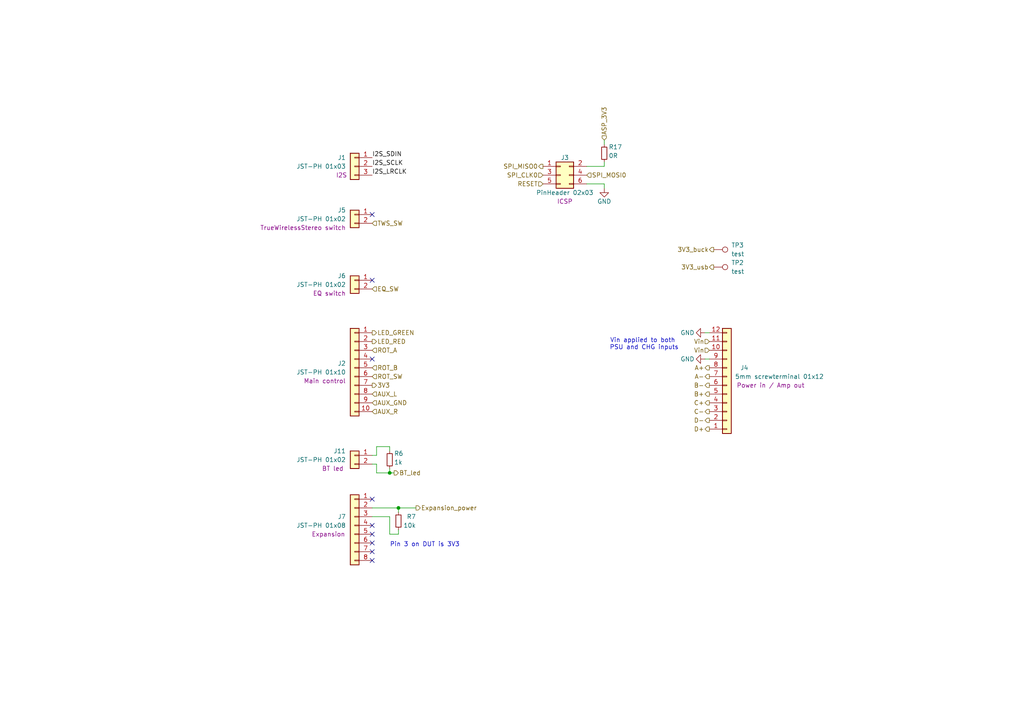
<source format=kicad_sch>
(kicad_sch (version 20211123) (generator eeschema)
  (paper "A4")
  (title_block (title "AIO438-Mainboard-TPCB") (date "2022-04-27") (rev "0.1") (company "ZOUDIO"))
  (lib_symbols
    (symbol "Connector:TestPoint" (pin_numbers hide) (pin_names (offset 0.762) hide)
      (property "Reference" "TP" (at 0 6.858 0))
      (property "Value" "TestPoint" (at 0 5.08 0))
      (symbol "TestPoint_0_1"
        (circle (center 0 3.302) (radius 0.762))
      )
      (symbol "TestPoint_1_1"
        (pin passive line (at 0 0 90) (length 2.54) (name "1") (number "1"))
      )
    )
    (symbol "Connector_Generic:Conn_01x02" (pin_names (offset 1.016) hide)
      (property "Reference" "J" (at 0 2.54 0))
      (property "Value" "Conn_01x02" (at 0 -5.08 0))
      (symbol "Conn_01x02_1_1"
        (rectangle (start -1.27 -2.413) (end 0 -2.667) (stroke (width 0.1524)))
        (rectangle (start -1.27 0.127) (end 0 -0.127) (stroke (width 0.1524)))
        (rectangle (start -1.27 1.27) (end 1.27 -3.81) (stroke (width 0.254)) (fill (type background)))
        (pin passive line (at -5.08 0 0) (length 3.81) (name "Pin_1") (number "1"))
        (pin passive line (at -5.08 -2.54 0) (length 3.81) (name "Pin_2") (number "2"))
      )
    )
    (symbol "Connector_Generic:Conn_01x03" (pin_names (offset 1.016) hide)
      (property "Reference" "J" (at 0 5.08 0))
      (property "Value" "Conn_01x03" (at 0 -5.08 0))
      (symbol "Conn_01x03_1_1"
        (rectangle (start -1.27 -2.413) (end 0 -2.667) (stroke (width 0.1524)))
        (rectangle (start -1.27 0.127) (end 0 -0.127) (stroke (width 0.1524)))
        (rectangle (start -1.27 2.667) (end 0 2.413) (stroke (width 0.1524)))
        (rectangle (start -1.27 3.81) (end 1.27 -3.81) (stroke (width 0.254)) (fill (type background)))
        (pin passive line (at -5.08 2.54 0) (length 3.81) (name "Pin_1") (number "1"))
        (pin passive line (at -5.08 0 0) (length 3.81) (name "Pin_2") (number "2"))
        (pin passive line (at -5.08 -2.54 0) (length 3.81) (name "Pin_3") (number "3"))
      )
    )
    (symbol "Connector_Generic:Conn_01x08" (pin_names (offset 1.016) hide)
      (property "Reference" "J" (at 0 10.16 0))
      (property "Value" "Conn_01x08" (at 0 -12.7 0))
      (symbol "Conn_01x08_1_1"
        (rectangle (start -1.27 -10.033) (end 0 -10.287) (stroke (width 0.1524)))
        (rectangle (start -1.27 -7.493) (end 0 -7.747) (stroke (width 0.1524)))
        (rectangle (start -1.27 -4.953) (end 0 -5.207) (stroke (width 0.1524)))
        (rectangle (start -1.27 -2.413) (end 0 -2.667) (stroke (width 0.1524)))
        (rectangle (start -1.27 0.127) (end 0 -0.127) (stroke (width 0.1524)))
        (rectangle (start -1.27 2.667) (end 0 2.413) (stroke (width 0.1524)))
        (rectangle (start -1.27 5.207) (end 0 4.953) (stroke (width 0.1524)))
        (rectangle (start -1.27 7.747) (end 0 7.493) (stroke (width 0.1524)))
        (rectangle (start -1.27 8.89) (end 1.27 -11.43) (stroke (width 0.254)) (fill (type background)))
        (pin passive line (at -5.08 7.62 0) (length 3.81) (name "Pin_1") (number "1"))
        (pin passive line (at -5.08 5.08 0) (length 3.81) (name "Pin_2") (number "2"))
        (pin passive line (at -5.08 2.54 0) (length 3.81) (name "Pin_3") (number "3"))
        (pin passive line (at -5.08 0 0) (length 3.81) (name "Pin_4") (number "4"))
        (pin passive line (at -5.08 -2.54 0) (length 3.81) (name "Pin_5") (number "5"))
        (pin passive line (at -5.08 -5.08 0) (length 3.81) (name "Pin_6") (number "6"))
        (pin passive line (at -5.08 -7.62 0) (length 3.81) (name "Pin_7") (number "7"))
        (pin passive line (at -5.08 -10.16 0) (length 3.81) (name "Pin_8") (number "8"))
      )
    )
    (symbol "Connector_Generic:Conn_01x10" (pin_names (offset 1.016) hide)
      (property "Reference" "J" (at 0 12.7 0))
      (property "Value" "Conn_01x10" (at 0 -15.24 0))
      (symbol "Conn_01x10_1_1"
        (rectangle (start -1.27 -12.573) (end 0 -12.827) (stroke (width 0.1524)))
        (rectangle (start -1.27 -10.033) (end 0 -10.287) (stroke (width 0.1524)))
        (rectangle (start -1.27 -7.493) (end 0 -7.747) (stroke (width 0.1524)))
        (rectangle (start -1.27 -4.953) (end 0 -5.207) (stroke (width 0.1524)))
        (rectangle (start -1.27 -2.413) (end 0 -2.667) (stroke (width 0.1524)))
        (rectangle (start -1.27 0.127) (end 0 -0.127) (stroke (width 0.1524)))
        (rectangle (start -1.27 2.667) (end 0 2.413) (stroke (width 0.1524)))
        (rectangle (start -1.27 5.207) (end 0 4.953) (stroke (width 0.1524)))
        (rectangle (start -1.27 7.747) (end 0 7.493) (stroke (width 0.1524)))
        (rectangle (start -1.27 10.287) (end 0 10.033) (stroke (width 0.1524)))
        (rectangle (start -1.27 11.43) (end 1.27 -13.97) (stroke (width 0.254)) (fill (type background)))
        (pin passive line (at -5.08 10.16 0) (length 3.81) (name "Pin_1") (number "1"))
        (pin passive line (at -5.08 -12.7 0) (length 3.81) (name "Pin_10") (number "10"))
        (pin passive line (at -5.08 7.62 0) (length 3.81) (name "Pin_2") (number "2"))
        (pin passive line (at -5.08 5.08 0) (length 3.81) (name "Pin_3") (number "3"))
        (pin passive line (at -5.08 2.54 0) (length 3.81) (name "Pin_4") (number "4"))
        (pin passive line (at -5.08 0 0) (length 3.81) (name "Pin_5") (number "5"))
        (pin passive line (at -5.08 -2.54 0) (length 3.81) (name "Pin_6") (number "6"))
        (pin passive line (at -5.08 -5.08 0) (length 3.81) (name "Pin_7") (number "7"))
        (pin passive line (at -5.08 -7.62 0) (length 3.81) (name "Pin_8") (number "8"))
        (pin passive line (at -5.08 -10.16 0) (length 3.81) (name "Pin_9") (number "9"))
      )
    )
    (symbol "Connector_Generic:Conn_01x12" (pin_names (offset 1.016) hide)
      (property "Reference" "J" (at 0 15.24 0))
      (property "Value" "Conn_01x12" (at 0 -17.78 0))
      (symbol "Conn_01x12_1_1"
        (rectangle (start -1.27 -15.113) (end 0 -15.367) (stroke (width 0.1524)))
        (rectangle (start -1.27 -12.573) (end 0 -12.827) (stroke (width 0.1524)))
        (rectangle (start -1.27 -10.033) (end 0 -10.287) (stroke (width 0.1524)))
        (rectangle (start -1.27 -7.493) (end 0 -7.747) (stroke (width 0.1524)))
        (rectangle (start -1.27 -4.953) (end 0 -5.207) (stroke (width 0.1524)))
        (rectangle (start -1.27 -2.413) (end 0 -2.667) (stroke (width 0.1524)))
        (rectangle (start -1.27 0.127) (end 0 -0.127) (stroke (width 0.1524)))
        (rectangle (start -1.27 2.667) (end 0 2.413) (stroke (width 0.1524)))
        (rectangle (start -1.27 5.207) (end 0 4.953) (stroke (width 0.1524)))
        (rectangle (start -1.27 7.747) (end 0 7.493) (stroke (width 0.1524)))
        (rectangle (start -1.27 10.287) (end 0 10.033) (stroke (width 0.1524)))
        (rectangle (start -1.27 12.827) (end 0 12.573) (stroke (width 0.1524)))
        (rectangle (start -1.27 13.97) (end 1.27 -16.51) (stroke (width 0.254)) (fill (type background)))
        (pin passive line (at -5.08 12.7 0) (length 3.81) (name "Pin_1") (number "1"))
        (pin passive line (at -5.08 -10.16 0) (length 3.81) (name "Pin_10") (number "10"))
        (pin passive line (at -5.08 -12.7 0) (length 3.81) (name "Pin_11") (number "11"))
        (pin passive line (at -5.08 -15.24 0) (length 3.81) (name "Pin_12") (number "12"))
        (pin passive line (at -5.08 10.16 0) (length 3.81) (name "Pin_2") (number "2"))
        (pin passive line (at -5.08 7.62 0) (length 3.81) (name "Pin_3") (number "3"))
        (pin passive line (at -5.08 5.08 0) (length 3.81) (name "Pin_4") (number "4"))
        (pin passive line (at -5.08 2.54 0) (length 3.81) (name "Pin_5") (number "5"))
        (pin passive line (at -5.08 0 0) (length 3.81) (name "Pin_6") (number "6"))
        (pin passive line (at -5.08 -2.54 0) (length 3.81) (name "Pin_7") (number "7"))
        (pin passive line (at -5.08 -5.08 0) (length 3.81) (name "Pin_8") (number "8"))
        (pin passive line (at -5.08 -7.62 0) (length 3.81) (name "Pin_9") (number "9"))
      )
    )
    (symbol "Connector_Generic:Conn_02x03_Odd_Even" (pin_names (offset 1.016) hide)
      (property "Reference" "J" (at 1.27 5.08 0))
      (property "Value" "Conn_02x03_Odd_Even" (at 1.27 -5.08 0))
      (symbol "Conn_02x03_Odd_Even_1_1"
        (rectangle (start -1.27 -2.413) (end 0 -2.667) (stroke (width 0.1524)))
        (rectangle (start -1.27 0.127) (end 0 -0.127) (stroke (width 0.1524)))
        (rectangle (start -1.27 2.667) (end 0 2.413) (stroke (width 0.1524)))
        (rectangle (start -1.27 3.81) (end 3.81 -3.81) (stroke (width 0.254)) (fill (type background)))
        (rectangle (start 3.81 -2.413) (end 2.54 -2.667) (stroke (width 0.1524)))
        (rectangle (start 3.81 0.127) (end 2.54 -0.127) (stroke (width 0.1524)))
        (rectangle (start 3.81 2.667) (end 2.54 2.413) (stroke (width 0.1524)))
        (pin passive line (at -5.08 2.54 0) (length 3.81) (name "Pin_1") (number "1"))
        (pin passive line (at 7.62 2.54 180) (length 3.81) (name "Pin_2") (number "2"))
        (pin passive line (at -5.08 0 0) (length 3.81) (name "Pin_3") (number "3"))
        (pin passive line (at 7.62 0 180) (length 3.81) (name "Pin_4") (number "4"))
        (pin passive line (at -5.08 -2.54 0) (length 3.81) (name "Pin_5") (number "5"))
        (pin passive line (at 7.62 -2.54 180) (length 3.81) (name "Pin_6") (number "6"))
      )
    )
    (symbol "Device:R_Small" (pin_numbers hide) (pin_names (offset 0.254) hide)
      (property "Reference" "R" (at 0.762 0.508 0))
      (property "Value" "R_Small" (at 0.762 -1.016 0))
      (symbol "R_Small_0_1"
        (rectangle (start -0.762 1.778) (end 0.762 -1.778) (stroke (width 0.2032)))
      )
      (symbol "R_Small_1_1"
        (pin passive line (at 0 2.54 270) (length 0.762) (name "~") (number "1"))
        (pin passive line (at 0 -2.54 90) (length 0.762) (name "~") (number "2"))
      )
    )
    (symbol "power:GND" (power) (pin_names (offset 0))
      (property "Value" "GND" (at 0 -3.81 0))
      (symbol "GND_0_1"
        (polyline (pts (xy 0 0) (xy 0 -1.27) (xy 1.27 -1.27) (xy 0 -2.54) (xy -1.27 -1.27) (xy 0 -1.27)))
      )
      (symbol "GND_1_1"
        (pin power_in line (at 0 0 270) (length 0) hide (name "GND") (number "1"))
      )
    )
  )
  (junction (at 115.57 147.32))
  (junction (at 113.03 137.16))
  (no_connect (at 107.95 160.02))
  (no_connect (at 107.95 104.14))
  (no_connect (at 107.95 144.78))
  (no_connect (at 107.95 152.4))
  (no_connect (at 107.95 162.56))
  (no_connect (at 107.95 62.23))
  (no_connect (at 107.95 81.28))
  (no_connect (at 107.95 154.94))
  (no_connect (at 107.95 157.48))
  (wire (pts (xy 109.22 132.08) (xy 109.22 129.54)))
  (wire (pts (xy 204.47 104.14) (xy 205.74 104.14)))
  (wire (pts (xy 175.26 53.34) (xy 170.18 53.34)))
  (wire (pts (xy 113.03 154.94) (xy 113.03 149.86)))
  (wire (pts (xy 115.57 153.67) (xy 115.57 154.94)))
  (wire (pts (xy 109.22 137.16) (xy 113.03 137.16)))
  (wire (pts (xy 109.22 134.62) (xy 109.22 137.16)))
  (wire (pts (xy 204.47 96.52) (xy 205.74 96.52)))
  (wire (pts (xy 109.22 129.54) (xy 113.03 129.54)))
  (wire (pts (xy 115.57 154.94) (xy 113.03 154.94)))
  (wire (pts (xy 170.18 48.26) (xy 175.26 48.26)))
  (wire (pts (xy 175.26 53.34) (xy 175.26 54.61)))
  (wire (pts (xy 175.26 48.26) (xy 175.26 46.99)))
  (wire (pts (xy 120.65 147.32) (xy 115.57 147.32)))
  (wire (pts (xy 115.57 147.32) (xy 107.95 147.32)))
  (wire (pts (xy 107.95 134.62) (xy 109.22 134.62)))
  (wire (pts (xy 113.03 135.89) (xy 113.03 137.16)))
  (wire (pts (xy 113.03 149.86) (xy 107.95 149.86)))
  (wire (pts (xy 107.95 132.08) (xy 109.22 132.08)))
  (wire (pts (xy 175.26 41.91) (xy 175.26 40.64)))
  (wire (pts (xy 114.3 137.16) (xy 113.03 137.16)))
  (wire (pts (xy 113.03 129.54) (xy 113.03 130.81)))
  (wire (pts (xy 115.57 147.32) (xy 115.57 148.59)))
  (text "Pin 3 on DUT is 3V3" (at 133.35 158.75 180) (effects (font (size 1.27 1.27)) (justify right bottom)))
  (text "Vin applied to both \nPSU and CHG inputs" (at 196.85 101.6 180) (effects (font (size 1.27 1.27)) (justify right bottom)))
  (label "I2S_LRCLK" (at 107.95 50.8 0))
  (label "I2S_SCLK" (at 107.95 48.26 0))
  (label "I2S_SDIN" (at 107.95 45.72 0))
  (hierarchical_label "ROT_A" (shape input) (at 107.95 101.6 0))
  (hierarchical_label "ASP_3V3" (shape input) (at 175.26 40.64 90))
  (hierarchical_label "3V3" (shape output) (at 107.95 111.76 0))
  (hierarchical_label "EQ_SW" (shape input) (at 107.95 83.82 0))
  (hierarchical_label "3V3_usb" (shape output) (at 207.01 77.47 180))
  (hierarchical_label "RESET" (shape input) (at 157.48 53.34 180))
  (hierarchical_label "3V3_buck" (shape output) (at 207.01 72.39 180))
  (hierarchical_label "LED_RED" (shape output) (at 107.95 99.06 0))
  (hierarchical_label "SPI_MISO0" (shape output) (at 157.48 48.26 180))
  (hierarchical_label "Vin" (shape input) (at 205.74 101.6 180))
  (hierarchical_label "SPI_CLK0" (shape input) (at 157.48 50.8 180))
  (hierarchical_label "C-" (shape output) (at 205.74 119.38 180))
  (hierarchical_label "A+" (shape output) (at 205.74 106.68 180))
  (hierarchical_label "TWS_SW" (shape input) (at 107.95 64.77 0))
  (hierarchical_label "A-" (shape output) (at 205.74 109.22 180))
  (hierarchical_label "SPI_MOSI0" (shape input) (at 170.18 50.8 0))
  (hierarchical_label "B+" (shape output) (at 205.74 114.3 180))
  (hierarchical_label "AUX_GND" (shape input) (at 107.95 116.84 0))
  (hierarchical_label "AUX_R" (shape input) (at 107.95 119.38 0))
  (hierarchical_label "D+" (shape output) (at 205.74 124.46 180))
  (hierarchical_label "BT_led" (shape output) (at 114.3 137.16 0))
  (hierarchical_label "LED_GREEN" (shape output) (at 107.95 96.52 0))
  (hierarchical_label "Expansion_power" (shape output) (at 120.65 147.32 0))
  (hierarchical_label "AUX_L" (shape input) (at 107.95 114.3 0))
  (hierarchical_label "B-" (shape output) (at 205.74 111.76 180))
  (hierarchical_label "ROT_B" (shape input) (at 107.95 106.68 0))
  (hierarchical_label "D-" (shape output) (at 205.74 121.92 180))
  (hierarchical_label "ROT_SW" (shape input) (at 107.95 109.22 0))
  (hierarchical_label "C+" (shape output) (at 205.74 116.84 180))
  (hierarchical_label "Vin" (shape input) (at 205.74 99.06 180))
  (symbol (lib_id "Connector_Generic:Conn_01x02") (at 102.87 132.08 0) (mirror y) (unit 1)
    (property "Reference" "J11" (at 100.33 130.81 0) (effects (justify left)))
    (property "Value" "JST-PH 01x02" (at 100.33 133.35 0) (effects (justify left)))
    (property "Footprint" "Connector_JST:JST_PH_B2B-PH-K_1x02_P2.00mm_Vertical" (effects hide))
    (property "Function" "BT led" (at 96.52 135.89 0))
    (property "Manufacturer" "JST" (effects hide))
    (property "Partnumber" "B2B-PH-K-S(LF)(SN)" (effects hide))
  )
  (symbol (lib_id "power:GND") (at 175.26 54.61 0) (unit 1)
    (property "Reference" "#PWR0160" (effects hide))
    (property "Value" "GND" (at 175.26 58.42 0))
  )
  (symbol (lib_id "Connector_Generic:Conn_01x12") (at 210.82 111.76 0) (mirror x) (unit 1)
    (property "Reference" "J4" (at 215.9 106.68 0))
    (property "Value" "5mm screwterminal 01x12" (at 226.06 109.22 0))
    (property "Footprint" "zoudio_footprints:Multicomp_12P_5mm" (effects hide))
    (property "Function" "Power in / Amp out" (at 223.52 111.76 0))
    (property "Manufacturer" "Dibo" (effects hide))
    (property "Partnumber" "DB128V-5.0-12P" (effects hide))
  )
  (symbol (lib_id "Connector:TestPoint") (at 207.01 77.47 270) (unit 1)
    (property "Reference" "TP2" (at 212.09 76.2 90) (effects (justify left)))
    (property "Value" "test" (at 212.09 78.74 90) (effects (justify left)))
    (property "Footprint" "TestPoint:TestPoint_Pad_D1.0mm" (effects hide))
    (property "Config" "dnp" (effects hide))
  )
  (symbol (lib_id "Device:R_Small") (at 113.03 133.35 0) (mirror x) (unit 1)
    (property "Reference" "R6" (at 114.3 130.81 0) (effects (justify left bottom)))
    (property "Value" "1k" (at 114.3 133.35 0) (effects (justify left bottom)))
    (property "Footprint" "Resistor_SMD:R_0603_1608Metric" (effects hide))
  )
  (symbol (lib_id "Connector_Generic:Conn_01x02") (at 102.87 62.23 0) (mirror y) (unit 1)
    (property "Reference" "J5" (at 100.33 60.96 0) (effects (justify left)))
    (property "Value" "JST-PH 01x02" (at 100.33 63.5 0) (effects (justify left)))
    (property "Footprint" "Connector_JST:JST_PH_B2B-PH-K_1x02_P2.00mm_Vertical" (effects hide))
    (property "Function" "TrueWirelessStereo switch" (at 100.33 66.04 0) (effects (justify left)))
    (property "Manufacturer" "JST" (effects hide))
    (property "Partnumber" "B2B-PH-K-S(LF)(SN)" (effects hide))
  )
  (symbol (lib_id "Connector_Generic:Conn_01x10") (at 102.87 106.68 0) (mirror y) (unit 1)
    (property "Reference" "J2" (at 100.33 105.41 0) (effects (justify left)))
    (property "Value" "JST-PH 01x10" (at 100.33 107.95 0) (effects (justify left)))
    (property "Footprint" "Connector_JST:JST_PH_B10B-PH-K_1x10_P2.00mm_Vertical" (effects hide))
    (property "Function" "Main control" (at 100.33 110.49 0) (effects (justify left)))
    (property "Manufacturer" "JST" (effects hide))
    (property "Partnumber" "B10B-PH-K-S(LF)(SN)" (effects hide))
  )
  (symbol (lib_id "power:GND") (at 204.47 104.14 270) (mirror x) (unit 1)
    (property "Reference" "#PWR0104" (effects hide))
    (property "Value" "GND" (at 199.39 104.14 90))
  )
  (symbol (lib_id "Connector_Generic:Conn_01x02") (at 102.87 81.28 0) (mirror y) (unit 1)
    (property "Reference" "J6" (at 100.33 80.01 0) (effects (justify left)))
    (property "Value" "JST-PH 01x02" (at 100.33 82.55 0) (effects (justify left)))
    (property "Footprint" "Connector_JST:JST_PH_B2B-PH-K_1x02_P2.00mm_Vertical" (effects hide))
    (property "Function" "EQ switch" (at 100.33 85.09 0) (effects (justify left)))
    (property "Manufacturer" "JST" (effects hide))
    (property "Partnumber" "B2B-PH-K-S(LF)(SN)" (effects hide))
  )
  (symbol (lib_id "Device:R_Small") (at 115.57 151.13 0) (mirror y) (unit 1)
    (property "Reference" "R7" (at 120.65 149.86 0) (effects (justify left)))
    (property "Value" "10k" (at 120.65 152.4 0) (effects (justify left)))
    (property "Footprint" "Resistor_SMD:R_0603_1608Metric" (effects hide))
  )
  (symbol (lib_id "power:GND") (at 204.47 96.52 270) (mirror x) (unit 1)
    (property "Reference" "#PWR0103" (effects hide))
    (property "Value" "GND" (at 199.39 96.52 90))
  )
  (symbol (lib_id "Device:R_Small") (at 175.26 44.45 0) (mirror x) (unit 1)
    (property "Reference" "R17" (at 176.53 41.91 0) (effects (justify left bottom)))
    (property "Value" "0R" (at 176.53 44.45 0) (effects (justify left bottom)))
    (property "Footprint" "Resistor_SMD:R_0603_1608Metric" (effects hide))
  )
  (symbol (lib_id "Connector_Generic:Conn_02x03_Odd_Even") (at 162.56 50.8 0) (unit 1)
    (property "Reference" "J3" (at 163.83 45.72 0))
    (property "Value" "PinHeader 02x03" (at 163.83 55.88 0))
    (property "Footprint" "Connector_PinHeader_2.54mm:PinHeader_2x03_P2.54mm_Vertical" (effects hide))
    (property "Function" "ICSP" (at 163.83 58.42 0))
    (property "Manufacturer" "Metz" (effects hide))
    (property "Partnumber" "PR20203VBDN" (effects hide))
  )
  (symbol (lib_id "Connector_Generic:Conn_01x08") (at 102.87 152.4 0) (mirror y) (unit 1)
    (property "Reference" "J7" (at 100.33 149.86 0) (effects (justify left)))
    (property "Value" "JST-PH 01x08" (at 100.33 152.4 0) (effects (justify left)))
    (property "Footprint" "Connector_JST:JST_PH_B8B-PH-K_1x08_P2.00mm_Vertical" (effects hide))
    (property "Function" "Expansion" (at 95.25 154.94 0))
    (property "Manufacturer" "JST" (effects hide))
    (property "Partnumber" "B8B-PH-K-S(LF)(SN)" (effects hide))
  )
  (symbol (lib_id "Connector:TestPoint") (at 207.01 72.39 270) (unit 1)
    (property "Reference" "TP3" (at 212.09 71.12 90) (effects (justify left)))
    (property "Value" "test" (at 212.09 73.66 90) (effects (justify left)))
    (property "Footprint" "TestPoint:TestPoint_Pad_D1.0mm" (effects hide))
    (property "Config" "dnp" (effects hide))
  )
  (symbol (lib_id "Connector_Generic:Conn_01x03") (at 102.87 48.26 0) (mirror y) (unit 1)
    (property "Reference" "J1" (at 100.33 45.72 0) (effects (justify left)))
    (property "Value" "JST-PH 01x03" (at 100.33 48.26 0) (effects (justify left)))
    (property "Footprint" "Connector_JST:JST_PH_B3B-PH-K_1x03_P2.00mm_Vertical" (effects hide))
    (property "Function" "I2S" (at 99.06 50.8 0))
    (property "Manufacturer" "JST" (effects hide))
    (property "Partnumber" "B3B-PH-K-S(LF)(SN)" (effects hide))
  )
)
</source>
